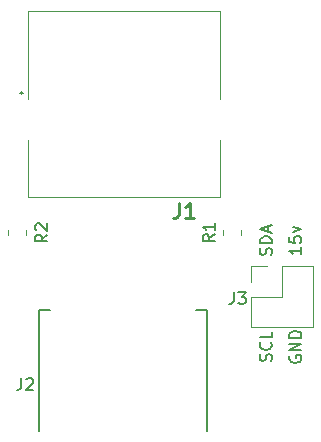
<source format=gto>
G04 #@! TF.GenerationSoftware,KiCad,Pcbnew,(7.0.0-0)*
G04 #@! TF.CreationDate,2023-06-07T10:38:09+02:00*
G04 #@! TF.ProjectId,hru300 adapter pcn,68727533-3030-4206-9164-617074657220,rev?*
G04 #@! TF.SameCoordinates,Original*
G04 #@! TF.FileFunction,Legend,Top*
G04 #@! TF.FilePolarity,Positive*
%FSLAX46Y46*%
G04 Gerber Fmt 4.6, Leading zero omitted, Abs format (unit mm)*
G04 Created by KiCad (PCBNEW (7.0.0-0)) date 2023-06-07 10:38:09*
%MOMM*%
%LPD*%
G01*
G04 APERTURE LIST*
%ADD10C,0.150000*%
%ADD11C,0.254000*%
%ADD12C,0.120000*%
%ADD13C,0.100000*%
%ADD14C,0.200000*%
G04 APERTURE END LIST*
D10*
X156819761Y-98690475D02*
X156867380Y-98547618D01*
X156867380Y-98547618D02*
X156867380Y-98309523D01*
X156867380Y-98309523D02*
X156819761Y-98214285D01*
X156819761Y-98214285D02*
X156772142Y-98166666D01*
X156772142Y-98166666D02*
X156676904Y-98119047D01*
X156676904Y-98119047D02*
X156581666Y-98119047D01*
X156581666Y-98119047D02*
X156486428Y-98166666D01*
X156486428Y-98166666D02*
X156438809Y-98214285D01*
X156438809Y-98214285D02*
X156391190Y-98309523D01*
X156391190Y-98309523D02*
X156343571Y-98499999D01*
X156343571Y-98499999D02*
X156295952Y-98595237D01*
X156295952Y-98595237D02*
X156248333Y-98642856D01*
X156248333Y-98642856D02*
X156153095Y-98690475D01*
X156153095Y-98690475D02*
X156057857Y-98690475D01*
X156057857Y-98690475D02*
X155962619Y-98642856D01*
X155962619Y-98642856D02*
X155915000Y-98595237D01*
X155915000Y-98595237D02*
X155867380Y-98499999D01*
X155867380Y-98499999D02*
X155867380Y-98261904D01*
X155867380Y-98261904D02*
X155915000Y-98119047D01*
X156772142Y-97119047D02*
X156819761Y-97166666D01*
X156819761Y-97166666D02*
X156867380Y-97309523D01*
X156867380Y-97309523D02*
X156867380Y-97404761D01*
X156867380Y-97404761D02*
X156819761Y-97547618D01*
X156819761Y-97547618D02*
X156724523Y-97642856D01*
X156724523Y-97642856D02*
X156629285Y-97690475D01*
X156629285Y-97690475D02*
X156438809Y-97738094D01*
X156438809Y-97738094D02*
X156295952Y-97738094D01*
X156295952Y-97738094D02*
X156105476Y-97690475D01*
X156105476Y-97690475D02*
X156010238Y-97642856D01*
X156010238Y-97642856D02*
X155915000Y-97547618D01*
X155915000Y-97547618D02*
X155867380Y-97404761D01*
X155867380Y-97404761D02*
X155867380Y-97309523D01*
X155867380Y-97309523D02*
X155915000Y-97166666D01*
X155915000Y-97166666D02*
X155962619Y-97119047D01*
X156867380Y-96214285D02*
X156867380Y-96690475D01*
X156867380Y-96690475D02*
X155867380Y-96690475D01*
X158415000Y-98261904D02*
X158367380Y-98357142D01*
X158367380Y-98357142D02*
X158367380Y-98499999D01*
X158367380Y-98499999D02*
X158415000Y-98642856D01*
X158415000Y-98642856D02*
X158510238Y-98738094D01*
X158510238Y-98738094D02*
X158605476Y-98785713D01*
X158605476Y-98785713D02*
X158795952Y-98833332D01*
X158795952Y-98833332D02*
X158938809Y-98833332D01*
X158938809Y-98833332D02*
X159129285Y-98785713D01*
X159129285Y-98785713D02*
X159224523Y-98738094D01*
X159224523Y-98738094D02*
X159319761Y-98642856D01*
X159319761Y-98642856D02*
X159367380Y-98499999D01*
X159367380Y-98499999D02*
X159367380Y-98404761D01*
X159367380Y-98404761D02*
X159319761Y-98261904D01*
X159319761Y-98261904D02*
X159272142Y-98214285D01*
X159272142Y-98214285D02*
X158938809Y-98214285D01*
X158938809Y-98214285D02*
X158938809Y-98404761D01*
X159367380Y-97785713D02*
X158367380Y-97785713D01*
X158367380Y-97785713D02*
X159367380Y-97214285D01*
X159367380Y-97214285D02*
X158367380Y-97214285D01*
X159367380Y-96738094D02*
X158367380Y-96738094D01*
X158367380Y-96738094D02*
X158367380Y-96499999D01*
X158367380Y-96499999D02*
X158415000Y-96357142D01*
X158415000Y-96357142D02*
X158510238Y-96261904D01*
X158510238Y-96261904D02*
X158605476Y-96214285D01*
X158605476Y-96214285D02*
X158795952Y-96166666D01*
X158795952Y-96166666D02*
X158938809Y-96166666D01*
X158938809Y-96166666D02*
X159129285Y-96214285D01*
X159129285Y-96214285D02*
X159224523Y-96261904D01*
X159224523Y-96261904D02*
X159319761Y-96357142D01*
X159319761Y-96357142D02*
X159367380Y-96499999D01*
X159367380Y-96499999D02*
X159367380Y-96738094D01*
X156819761Y-89714285D02*
X156867380Y-89571428D01*
X156867380Y-89571428D02*
X156867380Y-89333333D01*
X156867380Y-89333333D02*
X156819761Y-89238095D01*
X156819761Y-89238095D02*
X156772142Y-89190476D01*
X156772142Y-89190476D02*
X156676904Y-89142857D01*
X156676904Y-89142857D02*
X156581666Y-89142857D01*
X156581666Y-89142857D02*
X156486428Y-89190476D01*
X156486428Y-89190476D02*
X156438809Y-89238095D01*
X156438809Y-89238095D02*
X156391190Y-89333333D01*
X156391190Y-89333333D02*
X156343571Y-89523809D01*
X156343571Y-89523809D02*
X156295952Y-89619047D01*
X156295952Y-89619047D02*
X156248333Y-89666666D01*
X156248333Y-89666666D02*
X156153095Y-89714285D01*
X156153095Y-89714285D02*
X156057857Y-89714285D01*
X156057857Y-89714285D02*
X155962619Y-89666666D01*
X155962619Y-89666666D02*
X155915000Y-89619047D01*
X155915000Y-89619047D02*
X155867380Y-89523809D01*
X155867380Y-89523809D02*
X155867380Y-89285714D01*
X155867380Y-89285714D02*
X155915000Y-89142857D01*
X156867380Y-88714285D02*
X155867380Y-88714285D01*
X155867380Y-88714285D02*
X155867380Y-88476190D01*
X155867380Y-88476190D02*
X155915000Y-88333333D01*
X155915000Y-88333333D02*
X156010238Y-88238095D01*
X156010238Y-88238095D02*
X156105476Y-88190476D01*
X156105476Y-88190476D02*
X156295952Y-88142857D01*
X156295952Y-88142857D02*
X156438809Y-88142857D01*
X156438809Y-88142857D02*
X156629285Y-88190476D01*
X156629285Y-88190476D02*
X156724523Y-88238095D01*
X156724523Y-88238095D02*
X156819761Y-88333333D01*
X156819761Y-88333333D02*
X156867380Y-88476190D01*
X156867380Y-88476190D02*
X156867380Y-88714285D01*
X156581666Y-87761904D02*
X156581666Y-87285714D01*
X156867380Y-87857142D02*
X155867380Y-87523809D01*
X155867380Y-87523809D02*
X156867380Y-87190476D01*
X159367380Y-89071428D02*
X159367380Y-89642856D01*
X159367380Y-89357142D02*
X158367380Y-89357142D01*
X158367380Y-89357142D02*
X158510238Y-89452380D01*
X158510238Y-89452380D02*
X158605476Y-89547618D01*
X158605476Y-89547618D02*
X158653095Y-89642856D01*
X158367380Y-88166666D02*
X158367380Y-88642856D01*
X158367380Y-88642856D02*
X158843571Y-88690475D01*
X158843571Y-88690475D02*
X158795952Y-88642856D01*
X158795952Y-88642856D02*
X158748333Y-88547618D01*
X158748333Y-88547618D02*
X158748333Y-88309523D01*
X158748333Y-88309523D02*
X158795952Y-88214285D01*
X158795952Y-88214285D02*
X158843571Y-88166666D01*
X158843571Y-88166666D02*
X158938809Y-88119047D01*
X158938809Y-88119047D02*
X159176904Y-88119047D01*
X159176904Y-88119047D02*
X159272142Y-88166666D01*
X159272142Y-88166666D02*
X159319761Y-88214285D01*
X159319761Y-88214285D02*
X159367380Y-88309523D01*
X159367380Y-88309523D02*
X159367380Y-88547618D01*
X159367380Y-88547618D02*
X159319761Y-88642856D01*
X159319761Y-88642856D02*
X159272142Y-88690475D01*
X158700714Y-87785713D02*
X159367380Y-87547618D01*
X159367380Y-87547618D02*
X158700714Y-87309523D01*
X152030780Y-87974466D02*
X151554590Y-88307799D01*
X152030780Y-88545894D02*
X151030780Y-88545894D01*
X151030780Y-88545894D02*
X151030780Y-88164942D01*
X151030780Y-88164942D02*
X151078400Y-88069704D01*
X151078400Y-88069704D02*
X151126019Y-88022085D01*
X151126019Y-88022085D02*
X151221257Y-87974466D01*
X151221257Y-87974466D02*
X151364114Y-87974466D01*
X151364114Y-87974466D02*
X151459352Y-88022085D01*
X151459352Y-88022085D02*
X151506971Y-88069704D01*
X151506971Y-88069704D02*
X151554590Y-88164942D01*
X151554590Y-88164942D02*
X151554590Y-88545894D01*
X152030780Y-87022085D02*
X152030780Y-87593513D01*
X152030780Y-87307799D02*
X151030780Y-87307799D01*
X151030780Y-87307799D02*
X151173638Y-87403037D01*
X151173638Y-87403037D02*
X151268876Y-87498275D01*
X151268876Y-87498275D02*
X151316495Y-87593513D01*
X153666666Y-92867380D02*
X153666666Y-93581666D01*
X153666666Y-93581666D02*
X153619047Y-93724523D01*
X153619047Y-93724523D02*
X153523809Y-93819761D01*
X153523809Y-93819761D02*
X153380952Y-93867380D01*
X153380952Y-93867380D02*
X153285714Y-93867380D01*
X154047619Y-92867380D02*
X154666666Y-92867380D01*
X154666666Y-92867380D02*
X154333333Y-93248333D01*
X154333333Y-93248333D02*
X154476190Y-93248333D01*
X154476190Y-93248333D02*
X154571428Y-93295952D01*
X154571428Y-93295952D02*
X154619047Y-93343571D01*
X154619047Y-93343571D02*
X154666666Y-93438809D01*
X154666666Y-93438809D02*
X154666666Y-93676904D01*
X154666666Y-93676904D02*
X154619047Y-93772142D01*
X154619047Y-93772142D02*
X154571428Y-93819761D01*
X154571428Y-93819761D02*
X154476190Y-93867380D01*
X154476190Y-93867380D02*
X154190476Y-93867380D01*
X154190476Y-93867380D02*
X154095238Y-93819761D01*
X154095238Y-93819761D02*
X154047619Y-93772142D01*
X137857580Y-87999866D02*
X137381390Y-88333199D01*
X137857580Y-88571294D02*
X136857580Y-88571294D01*
X136857580Y-88571294D02*
X136857580Y-88190342D01*
X136857580Y-88190342D02*
X136905200Y-88095104D01*
X136905200Y-88095104D02*
X136952819Y-88047485D01*
X136952819Y-88047485D02*
X137048057Y-87999866D01*
X137048057Y-87999866D02*
X137190914Y-87999866D01*
X137190914Y-87999866D02*
X137286152Y-88047485D01*
X137286152Y-88047485D02*
X137333771Y-88095104D01*
X137333771Y-88095104D02*
X137381390Y-88190342D01*
X137381390Y-88190342D02*
X137381390Y-88571294D01*
X136952819Y-87618913D02*
X136905200Y-87571294D01*
X136905200Y-87571294D02*
X136857580Y-87476056D01*
X136857580Y-87476056D02*
X136857580Y-87237961D01*
X136857580Y-87237961D02*
X136905200Y-87142723D01*
X136905200Y-87142723D02*
X136952819Y-87095104D01*
X136952819Y-87095104D02*
X137048057Y-87047485D01*
X137048057Y-87047485D02*
X137143295Y-87047485D01*
X137143295Y-87047485D02*
X137286152Y-87095104D01*
X137286152Y-87095104D02*
X137857580Y-87666532D01*
X137857580Y-87666532D02*
X137857580Y-87047485D01*
D11*
X149004867Y-85302573D02*
X149004867Y-86209716D01*
X149004867Y-86209716D02*
X148944390Y-86391145D01*
X148944390Y-86391145D02*
X148823438Y-86512097D01*
X148823438Y-86512097D02*
X148642009Y-86572573D01*
X148642009Y-86572573D02*
X148521057Y-86572573D01*
X150274867Y-86572573D02*
X149549152Y-86572573D01*
X149912009Y-86572573D02*
X149912009Y-85302573D01*
X149912009Y-85302573D02*
X149791057Y-85484002D01*
X149791057Y-85484002D02*
X149670105Y-85604954D01*
X149670105Y-85604954D02*
X149549152Y-85665430D01*
D10*
X135666666Y-100149580D02*
X135666666Y-100863866D01*
X135666666Y-100863866D02*
X135619047Y-101006723D01*
X135619047Y-101006723D02*
X135523809Y-101101961D01*
X135523809Y-101101961D02*
X135380952Y-101149580D01*
X135380952Y-101149580D02*
X135285714Y-101149580D01*
X136095238Y-100244819D02*
X136142857Y-100197200D01*
X136142857Y-100197200D02*
X136238095Y-100149580D01*
X136238095Y-100149580D02*
X136476190Y-100149580D01*
X136476190Y-100149580D02*
X136571428Y-100197200D01*
X136571428Y-100197200D02*
X136619047Y-100244819D01*
X136619047Y-100244819D02*
X136666666Y-100340057D01*
X136666666Y-100340057D02*
X136666666Y-100435295D01*
X136666666Y-100435295D02*
X136619047Y-100578152D01*
X136619047Y-100578152D02*
X136047619Y-101149580D01*
X136047619Y-101149580D02*
X136666666Y-101149580D01*
D12*
X152757200Y-88032964D02*
X152757200Y-87578836D01*
X154227200Y-88032964D02*
X154227200Y-87578836D01*
X155130000Y-90630000D02*
X156460000Y-90630000D01*
X155130000Y-91960000D02*
X155130000Y-90630000D01*
X155130000Y-93230000D02*
X155130000Y-95830000D01*
X155130000Y-93230000D02*
X157730000Y-93230000D01*
X155130000Y-95830000D02*
X160330000Y-95830000D01*
X157730000Y-90630000D02*
X160330000Y-90630000D01*
X157730000Y-93230000D02*
X157730000Y-90630000D01*
X160330000Y-90630000D02*
X160330000Y-95830000D01*
X134570800Y-88032964D02*
X134570800Y-87578836D01*
X136040800Y-88032964D02*
X136040800Y-87578836D01*
D13*
X152504200Y-84822800D02*
X136224200Y-84822800D01*
X152504200Y-79972800D02*
X152504200Y-84822800D01*
X152484200Y-76472800D02*
X152484200Y-69072800D01*
X152484200Y-69072800D02*
X136224200Y-69072800D01*
X136224200Y-84822800D02*
X136224200Y-79972800D01*
X136224200Y-69072800D02*
X136224200Y-76472800D01*
D14*
X135784200Y-76012800D02*
X135784200Y-76012800D01*
X135584200Y-76012800D02*
X135584200Y-76012800D01*
X135584200Y-76012800D02*
G75*
G03*
X135784200Y-76012800I100000J0D01*
G01*
X135784200Y-76012800D02*
G75*
G03*
X135584200Y-76012800I-100000J0D01*
G01*
D10*
X151397400Y-94382200D02*
X151397400Y-104582200D01*
X150497400Y-94382200D02*
X151397400Y-94382200D01*
X138097400Y-94382200D02*
X137197400Y-94382200D01*
X137197400Y-94382200D02*
X137197400Y-104582200D01*
M02*

</source>
